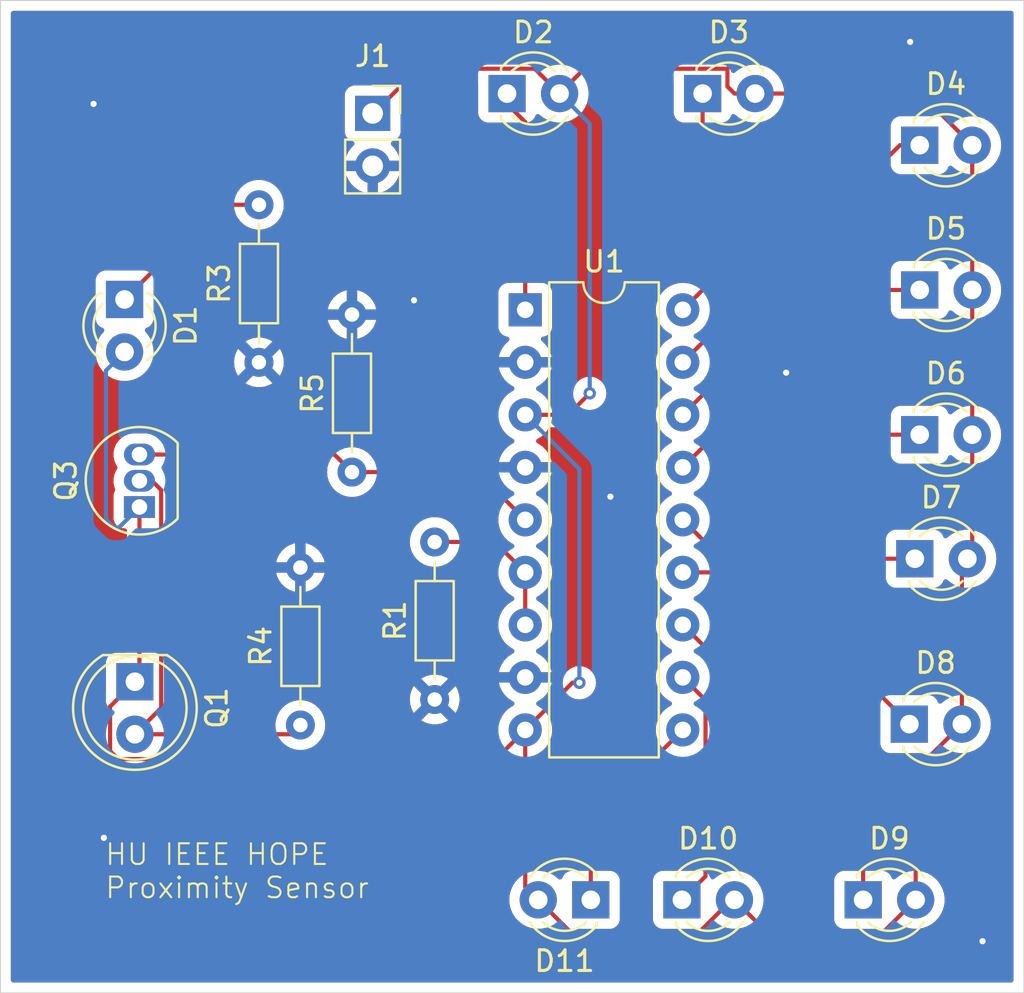
<source format=kicad_pcb>
(kicad_pcb (version 20240108) (generator "pcbnew") (generator_version "8.0")
  (layers (0 "F.Cu" signal) (31 "B.Cu" signal) (34 "B.Paste" user) (35 "F.Paste" user) (36 "B.SilkS" user "B.Silkscreen") (37 "F.SilkS" user "F.Silkscreen") (38 "B.Mask" user) (39 "F.Mask" user) (44 "Edge.Cuts" user))
  (net 0 "")
  (net 1 "+5V")
  (net 2 "Net-(D1-K)")
  (net 3 "Net-(D2-K)")
  (net 4 "Net-(D3-K)")
  (net 5 "Net-(D4-K)")
  (net 6 "Net-(D5-K)")
  (net 7 "Net-(D6-K)")
  (net 8 "Net-(D7-K)")
  (net 9 "Net-(D8-K)")
  (net 10 "Net-(D9-K)")
  (net 11 "Net-(D10-K)")
  (net 12 "Net-(D11-K)")
  (net 13 "Net-(Q1-E)")
  (net 14 "Net-(Q3-E)")
  (net 15 "GND")
  (net 16 "Net-(U1-REFOUT)")
  (footprint "LED_THT:LED_D3.0mm" (layer "F.Cu") (at 146.96 100)
    (property "Reference" "D6" (at 1.27 -2.96 0) (layer "F.SilkS"))
    (property "Value" "LED")
    (fp_line (start -0.29 -1.236) (end -0.29 -1.08) (stroke (width 0.12)) (layer "F.SilkS"))
    (fp_line (start -0.29 1.08) (end -0.29 1.236) (stroke (width 0.12)) (layer "F.SilkS"))
    (fp_arc (start -0.29 -1.235516) (mid 1.366487 -1.987659) (end 2.942335 -1.078608) (stroke (width 0.12)) (layer "F.SilkS"))
    (fp_arc (start 0.229039 -1.08) (mid 1.270117 -1.5) (end 2.31113 -1.079837) (stroke (width 0.12)) (layer "F.SilkS"))
    (fp_arc (start 2.31113 1.079837) (mid 1.270117 1.5) (end 0.229039 1.08) (stroke (width 0.12)) (layer "F.SilkS"))
    (fp_arc (start 2.942335 1.078608) (mid 1.366487 1.987659) (end -0.29 1.235516) (stroke (width 0.12)) (layer "F.SilkS"))
    (pad "1" thru_hole rect (at 0 0) (size 1.8 1.8) (drill 0.9) (layers "*.Cu" "*.Mask") (net 7 "Net-(D6-K)"))
    (pad "2" thru_hole circle (at 2.54 0) (size 1.8 1.8) (drill 0.9) (layers "*.Cu" "*.Mask") (net 1 "+5V"))
  )
  (footprint "LED_THT:LED_D3.0mm_IRBlack" (layer "F.Cu") (at 108.5 93.46 -90)
    (property "Reference" "D1" (at 1.27 -2.96 90) (layer "F.SilkS"))
    (property "Value" "IR204A")
    (fp_line (start -0.29 1.08) (end -0.29 1.236) (stroke (width 0.12)) (layer "F.SilkS"))
    (fp_line (start -0.29 -1.236) (end -0.29 -1.08) (stroke (width 0.12)) (layer "F.SilkS"))
    (fp_arc (start 2.31113 1.079837) (mid 1.270117 1.5) (end 0.229039 1.08) (stroke (width 0.12)) (layer "F.SilkS"))
    (fp_arc (start 2.942335 1.078608) (mid 1.366487 1.987659) (end -0.29 1.235516) (stroke (width 0.12)) (layer "F.SilkS"))
    (fp_arc (start 0.229039 -1.08) (mid 1.270117 -1.5) (end 2.31113 -1.079837) (stroke (width 0.12)) (layer "F.SilkS"))
    (fp_arc (start -0.29 -1.235516) (mid 1.366487 -1.987659) (end 2.942335 -1.078608) (stroke (width 0.12)) (layer "F.SilkS"))
    (pad "1" thru_hole rect (at 0 0 270) (size 1.8 1.8) (drill 0.9) (layers "*.Cu" "*.Mask") (net 2 "Net-(D1-K)"))
    (pad "2" thru_hole circle (at 2.54 0 270) (size 1.8 1.8) (drill 0.9) (layers "*.Cu" "*.Mask") (net 1 "+5V"))
  )
  (footprint "LED_THT:LED_D5.0mm_Clear" (layer "F.Cu") (at 109 111.95 -90)
    (property "Reference" "Q1" (at 1.27 -3.96 90) (layer "F.SilkS"))
    (property "Value" "BPW40")
    (fp_line (start -1.29 -1.545) (end -1.29 1.545) (stroke (width 0.12)) (layer "F.SilkS"))
    (fp_arc (start 4.26 -0.000462) (mid 2.072002 2.880433) (end -1.29 1.54483) (stroke (width 0.12)) (layer "F.SilkS"))
    (fp_arc (start -1.29 -1.54483) (mid 2.072002 -2.880433) (end 4.26 0.000462) (stroke (width 0.12)) (layer "F.SilkS"))
    (fp_circle (center 1.27 0) (end 3.77 0) (stroke (width 0.12)) (fill none) (layer "F.SilkS"))
    (pad "1" thru_hole rect (at 0 0 270) (size 1.8 1.8) (drill 0.9) (layers "*.Cu" "*.Mask") (net 1 "+5V"))
    (pad "2" thru_hole circle (at 2.54 0 270) (size 1.8 1.8) (drill 0.9) (layers "*.Cu" "*.Mask") (net 13 "Net-(Q1-E)"))
  )
  (footprint "LED_THT:LED_D3.0mm" (layer "F.Cu") (at 146.725 106)
    (property "Reference" "D7" (at 1.27 -2.96 0) (layer "F.SilkS"))
    (property "Value" "LED")
    (fp_line (start -0.29 -1.236) (end -0.29 -1.08) (stroke (width 0.12)) (layer "F.SilkS"))
    (fp_line (start -0.29 1.08) (end -0.29 1.236) (stroke (width 0.12)) (layer "F.SilkS"))
    (fp_arc (start -0.29 -1.235516) (mid 1.366487 -1.987659) (end 2.942335 -1.078608) (stroke (width 0.12)) (layer "F.SilkS"))
    (fp_arc (start 0.229039 -1.08) (mid 1.270117 -1.5) (end 2.31113 -1.079837) (stroke (width 0.12)) (layer "F.SilkS"))
    (fp_arc (start 2.31113 1.079837) (mid 1.270117 1.5) (end 0.229039 1.08) (stroke (width 0.12)) (layer "F.SilkS"))
    (fp_arc (start 2.942335 1.078608) (mid 1.366487 1.987659) (end -0.29 1.235516) (stroke (width 0.12)) (layer "F.SilkS"))
    (pad "1" thru_hole rect (at 0 0) (size 1.8 1.8) (drill 0.9) (layers "*.Cu" "*.Mask") (net 8 "Net-(D7-K)"))
    (pad "2" thru_hole circle (at 2.54 0) (size 1.8 1.8) (drill 0.9) (layers "*.Cu" "*.Mask") (net 1 "+5V"))
  )
  (footprint "Connector_PinSocket_2.54mm:PinSocket_1x02_P2.54mm_Vertical" (layer "F.Cu") (at 120.5 84.46)
    (property "Reference" "J1" (at 0 -2.77 0) (layer "F.SilkS"))
    (property "Value" "Conn_01x02_Socket")
    (fp_line (start -1.33 1.27) (end -1.33 3.87) (stroke (width 0.12)) (layer "F.SilkS"))
    (fp_line (start -1.33 1.27) (end 1.33 1.27) (stroke (width 0.12)) (layer "F.SilkS"))
    (fp_line (start -1.33 3.87) (end 1.33 3.87) (stroke (width 0.12)) (layer "F.SilkS"))
    (fp_line (start 0 -1.33) (end 1.33 -1.33) (stroke (width 0.12)) (layer "F.SilkS"))
    (fp_line (start 1.33 -1.33) (end 1.33 0) (stroke (width 0.12)) (layer "F.SilkS"))
    (fp_line (start 1.33 1.27) (end 1.33 3.87) (stroke (width 0.12)) (layer "F.SilkS"))
    (pad "1" thru_hole rect (at 0 0) (size 1.7 1.7) (drill 1) (layers "*.Cu" "*.Mask") (net 1 "+5V"))
    (pad "2" thru_hole oval (at 0 2.54) (size 1.7 1.7) (drill 1) (layers "*.Cu" "*.Mask") (net 15 "GND"))
  )
  (footprint "LED_THT:LED_D3.0mm" (layer "F.Cu") (at 136.46 83.5)
    (property "Reference" "D3" (at 1.27 -2.96 0) (layer "F.SilkS"))
    (property "Value" "LED")
    (fp_line (start -0.29 -1.236) (end -0.29 -1.08) (stroke (width 0.12)) (layer "F.SilkS"))
    (fp_line (start -0.29 1.08) (end -0.29 1.236) (stroke (width 0.12)) (layer "F.SilkS"))
    (fp_arc (start -0.29 -1.235516) (mid 1.366487 -1.987659) (end 2.942335 -1.078608) (stroke (width 0.12)) (layer "F.SilkS"))
    (fp_arc (start 0.229039 -1.08) (mid 1.270117 -1.5) (end 2.31113 -1.079837) (stroke (width 0.12)) (layer "F.SilkS"))
    (fp_arc (start 2.31113 1.079837) (mid 1.270117 1.5) (end 0.229039 1.08) (stroke (width 0.12)) (layer "F.SilkS"))
    (fp_arc (start 2.942335 1.078608) (mid 1.366487 1.987659) (end -0.29 1.235516) (stroke (width 0.12)) (layer "F.SilkS"))
    (pad "1" thru_hole rect (at 0 0) (size 1.8 1.8) (drill 0.9) (layers "*.Cu" "*.Mask") (net 4 "Net-(D3-K)"))
    (pad "2" thru_hole circle (at 2.54 0) (size 1.8 1.8) (drill 0.9) (layers "*.Cu" "*.Mask") (net 1 "+5V"))
  )
  (footprint "LED_THT:LED_D3.0mm" (layer "F.Cu") (at 146.96 86)
    (property "Reference" "D4" (at 1.27 -2.96 0) (layer "F.SilkS"))
    (property "Value" "LED")
    (fp_line (start -0.29 -1.236) (end -0.29 -1.08) (stroke (width 0.12)) (layer "F.SilkS"))
    (fp_line (start -0.29 1.08) (end -0.29 1.236) (stroke (width 0.12)) (layer "F.SilkS"))
    (fp_arc (start -0.29 -1.235516) (mid 1.366487 -1.987659) (end 2.942335 -1.078608) (stroke (width 0.12)) (layer "F.SilkS"))
    (fp_arc (start 0.229039 -1.08) (mid 1.270117 -1.5) (end 2.31113 -1.079837) (stroke (width 0.12)) (layer "F.SilkS"))
    (fp_arc (start 2.31113 1.079837) (mid 1.270117 1.5) (end 0.229039 1.08) (stroke (width 0.12)) (layer "F.SilkS"))
    (fp_arc (start 2.942335 1.078608) (mid 1.366487 1.987659) (end -0.29 1.235516) (stroke (width 0.12)) (layer "F.SilkS"))
    (pad "1" thru_hole rect (at 0 0) (size 1.8 1.8) (drill 0.9) (layers "*.Cu" "*.Mask") (net 5 "Net-(D4-K)"))
    (pad "2" thru_hole circle (at 2.54 0) (size 1.8 1.8) (drill 0.9) (layers "*.Cu" "*.Mask") (net 1 "+5V"))
  )
  (footprint "LED_THT:LED_D3.0mm" (layer "F.Cu") (at 127 83.5)
    (property "Reference" "D2" (at 1.27 -2.96 0) (layer "F.SilkS"))
    (property "Value" "LED")
    (fp_line (start -0.29 -1.236) (end -0.29 -1.08) (stroke (width 0.12)) (layer "F.SilkS"))
    (fp_line (start -0.29 1.08) (end -0.29 1.236) (stroke (width 0.12)) (layer "F.SilkS"))
    (fp_arc (start -0.29 -1.235516) (mid 1.366487 -1.987659) (end 2.942335 -1.078608) (stroke (width 0.12)) (layer "F.SilkS"))
    (fp_arc (start 0.229039 -1.08) (mid 1.270117 -1.5) (end 2.31113 -1.079837) (stroke (width 0.12)) (layer "F.SilkS"))
    (fp_arc (start 2.31113 1.079837) (mid 1.270117 1.5) (end 0.229039 1.08) (stroke (width 0.12)) (layer "F.SilkS"))
    (fp_arc (start 2.942335 1.078608) (mid 1.366487 1.987659) (end -0.29 1.235516) (stroke (width 0.12)) (layer "F.SilkS"))
    (pad "1" thru_hole rect (at 0 0) (size 1.8 1.8) (drill 0.9) (layers "*.Cu" "*.Mask") (net 3 "Net-(D2-K)"))
    (pad "2" thru_hole circle (at 2.54 0) (size 1.8 1.8) (drill 0.9) (layers "*.Cu" "*.Mask") (net 1 "+5V"))
  )
  (footprint "Package_TO_SOT_THT:TO-92_Inline" (layer "F.Cu") (at 109.22 103.5 90)
    (property "Reference" "Q3" (at 1.27 -3.56 -90) (layer "F.SilkS"))
    (property "Value" "BC547")
    (fp_line (start -0.53 1.85) (end 3.07 1.85) (stroke (width 0.12)) (layer "F.SilkS"))
    (fp_arc (start 1.27 -2.6) (mid 3.672087 -0.994977) (end 3.108478 1.838478) (stroke (width 0.12)) (layer "F.SilkS"))
    (fp_arc (start -0.568478 1.838478) (mid -1.132087 -0.994977) (end 1.27 -2.6) (stroke (width 0.12)) (layer "F.SilkS"))
    (pad "1" thru_hole rect (at 0 0 90) (size 1.05 1.5) (drill 0.75) (layers "*.Cu" "*.Mask") (net 1 "+5V"))
    (pad "2" thru_hole oval (at 1.27 0 90) (size 1.05 1.5) (drill 0.75) (layers "*.Cu" "*.Mask") (net 13 "Net-(Q1-E)"))
    (pad "3" thru_hole oval (at 2.54 0 90) (size 1.05 1.5) (drill 0.75) (layers "*.Cu" "*.Mask") (net 14 "Net-(Q3-E)"))
  )
  (footprint "Resistor_THT:R_Axial_DIN0204_L3.6mm_D1.6mm_P7.62mm_Horizontal" (layer "F.Cu") (at 117.005 114.045 90)
    (property "Reference" "R4" (at 3.81 -1.92 90) (layer "F.SilkS"))
    (property "Value" "10k")
    (fp_line (start 5.73 -0.92) (end 1.89 -0.92) (stroke (width 0.12)) (layer "F.SilkS"))
    (fp_line (start 1.89 -0.92) (end 1.89 0.92) (stroke (width 0.12)) (layer "F.SilkS"))
    (fp_line (start 6.68 0) (end 5.73 0) (stroke (width 0.12)) (layer "F.SilkS"))
    (fp_line (start 0.94 0) (end 1.89 0) (stroke (width 0.12)) (layer "F.SilkS"))
    (fp_line (start 5.73 0.92) (end 5.73 -0.92) (stroke (width 0.12)) (layer "F.SilkS"))
    (fp_line (start 1.89 0.92) (end 5.73 0.92) (stroke (width 0.12)) (layer "F.SilkS"))
    (pad "1" thru_hole circle (at 0 0 90) (size 1.4 1.4) (drill 0.7) (layers "*.Cu" "*.Mask") (net 13 "Net-(Q1-E)"))
    (pad "2" thru_hole oval (at 7.62 0 90) (size 1.4 1.4) (drill 0.7) (layers "*.Cu" "*.Mask") (net 15 "GND"))
  )
  (footprint "LED_THT:LED_D3.0mm" (layer "F.Cu") (at 144.225 122.5)
    (property "Reference" "D9" (at 1.27 -2.96 0) (layer "F.SilkS"))
    (property "Value" "LED")
    (fp_line (start -0.29 -1.236) (end -0.29 -1.08) (stroke (width 0.12)) (layer "F.SilkS"))
    (fp_line (start -0.29 1.08) (end -0.29 1.236) (stroke (width 0.12)) (layer "F.SilkS"))
    (fp_arc (start -0.29 -1.235516) (mid 1.366487 -1.987659) (end 2.942335 -1.078608) (stroke (width 0.12)) (layer "F.SilkS"))
    (fp_arc (start 0.229039 -1.08) (mid 1.270117 -1.5) (end 2.31113 -1.079837) (stroke (width 0.12)) (layer "F.SilkS"))
    (fp_arc (start 2.31113 1.079837) (mid 1.270117 1.5) (end 0.229039 1.08) (stroke (width 0.12)) (layer "F.SilkS"))
    (fp_arc (start 2.942335 1.078608) (mid 1.366487 1.987659) (end -0.29 1.235516) (stroke (width 0.12)) (layer "F.SilkS"))
    (pad "1" thru_hole rect (at 0 0) (size 1.8 1.8) (drill 0.9) (layers "*.Cu" "*.Mask") (net 10 "Net-(D9-K)"))
    (pad "2" thru_hole circle (at 2.54 0) (size 1.8 1.8) (drill 0.9) (layers "*.Cu" "*.Mask") (net 1 "+5V"))
  )
  (footprint "LED_THT:LED_D3.0mm" (layer "F.Cu") (at 135.46 122.5)
    (property "Reference" "D10" (at 1.27 -2.96 0) (layer "F.SilkS"))
    (property "Value" "LED")
    (fp_line (start -0.29 -1.236) (end -0.29 -1.08) (stroke (width 0.12)) (layer "F.SilkS"))
    (fp_line (start -0.29 1.08) (end -0.29 1.236) (stroke (width 0.12)) (layer "F.SilkS"))
    (fp_arc (start -0.29 -1.235516) (mid 1.366487 -1.987659) (end 2.942335 -1.078608) (stroke (width 0.12)) (layer "F.SilkS"))
    (fp_arc (start 0.229039 -1.08) (mid 1.270117 -1.5) (end 2.31113 -1.079837) (stroke (width 0.12)) (layer "F.SilkS"))
    (fp_arc (start 2.31113 1.079837) (mid 1.270117 1.5) (end 0.229039 1.08) (stroke (width 0.12)) (layer "F.SilkS"))
    (fp_arc (start 2.942335 1.078608) (mid 1.366487 1.987659) (end -0.29 1.235516) (stroke (width 0.12)) (layer "F.SilkS"))
    (pad "1" thru_hole rect (at 0 0) (size 1.8 1.8) (drill 0.9) (layers "*.Cu" "*.Mask") (net 11 "Net-(D10-K)"))
    (pad "2" thru_hole circle (at 2.54 0) (size 1.8 1.8) (drill 0.9) (layers "*.Cu" "*.Mask") (net 1 "+5V"))
  )
  (footprint "LED_THT:LED_D3.0mm" (layer "F.Cu") (at 131.05 122.5 180)
    (property "Reference" "D11" (at 1.27 -2.96 180) (layer "F.SilkS"))
    (property "Value" "LED")
    (fp_line (start -0.29 1.08) (end -0.29 1.236) (stroke (width 0.12)) (layer "F.SilkS"))
    (fp_line (start -0.29 -1.236) (end -0.29 -1.08) (stroke (width 0.12)) (layer "F.SilkS"))
    (fp_arc (start 2.942335 1.078608) (mid 1.366487 1.987659) (end -0.29 1.235516) (stroke (width 0.12)) (layer "F.SilkS"))
    (fp_arc (start 2.31113 1.079837) (mid 1.270117 1.5) (end 0.229039 1.08) (stroke (width 0.12)) (layer "F.SilkS"))
    (fp_arc (start 0.229039 -1.08) (mid 1.270117 -1.5) (end 2.31113 -1.079837) (stroke (width 0.12)) (layer "F.SilkS"))
    (fp_arc (start -0.29 -1.235516) (mid 1.366487 -1.987659) (end 2.942335 -1.078608) (stroke (width 0.12)) (layer "F.SilkS"))
    (pad "1" thru_hole rect (at 0 0 180) (size 1.8 1.8) (drill 0.9) (layers "*.Cu" "*.Mask") (net 12 "Net-(D11-K)"))
    (pad "2" thru_hole circle (at 2.54 0 180) (size 1.8 1.8) (drill 0.9) (layers "*.Cu" "*.Mask") (net 1 "+5V"))
  )
  (footprint "LED_THT:LED_D3.0mm" (layer "F.Cu") (at 146.46 114)
    (property "Reference" "D8" (at 1.27 -2.96 0) (layer "F.SilkS"))
    (property "Value" "LED")
    (fp_line (start -0.29 -1.236) (end -0.29 -1.08) (stroke (width 0.12)) (layer "F.SilkS"))
    (fp_line (start -0.29 1.08) (end -0.29 1.236) (stroke (width 0.12)) (layer "F.SilkS"))
    (fp_arc (start -0.29 -1.235516) (mid 1.366487 -1.987659) (end 2.942335 -1.078608) (stroke (width 0.12)) (layer "F.SilkS"))
    (fp_arc (start 0.229039 -1.08) (mid 1.270117 -1.5) (end 2.31113 -1.079837) (stroke (width 0.12)) (layer "F.SilkS"))
    (fp_arc (start 2.31113 1.079837) (mid 1.270117 1.5) (end 0.229039 1.08) (stroke (width 0.12)) (layer "F.SilkS"))
    (fp_arc (start 2.942335 1.078608) (mid 1.366487 1.987659) (end -0.29 1.235516) (stroke (width 0.12)) (layer "F.SilkS"))
    (pad "1" thru_hole rect (at 0 0) (size 1.8 1.8) (drill 0.9) (layers "*.Cu" "*.Mask") (net 9 "Net-(D8-K)"))
    (pad "2" thru_hole circle (at 2.54 0) (size 1.8 1.8) (drill 0.9) (layers "*.Cu" "*.Mask") (net 1 "+5V"))
  )
  (footprint "Package_DIP:DIP-18_W7.62mm" (layer "F.Cu") (at 127.88 93.96)
    (property "Reference" "U1" (at 3.81 -2.33 0) (layer "F.SilkS"))
    (property "Value" "LM3914N")
    (fp_line (start 1.16 -1.33) (end 1.16 21.65) (stroke (width 0.12)) (layer "F.SilkS"))
    (fp_line (start 1.16 21.65) (end 6.46 21.65) (stroke (width 0.12)) (layer "F.SilkS"))
    (fp_line (start 2.81 -1.33) (end 1.16 -1.33) (stroke (width 0.12)) (layer "F.SilkS"))
    (fp_line (start 6.46 -1.33) (end 4.81 -1.33) (stroke (width 0.12)) (layer "F.SilkS"))
    (fp_line (start 6.46 21.65) (end 6.46 -1.33) (stroke (width 0.12)) (layer "F.SilkS"))
    (fp_arc (start 4.81 -1.33) (mid 3.81 -0.33) (end 2.81 -1.33) (stroke (width 0.12)) (layer "F.SilkS"))
    (pad "1" thru_hole rect (at 0 0) (size 1.6 1.6) (drill 0.8) (layers "*.Cu" "*.Mask") (net 3 "Net-(D2-K)"))
    (pad "2" thru_hole oval (at 0 2.54) (size 1.6 1.6) (drill 0.8) (layers "*.Cu" "*.Mask") (net 15 "GND"))
    (pad "3" thru_hole oval (at 0 5.08) (size 1.6 1.6) (drill 0.8) (layers "*.Cu" "*.Mask") (net 1 "+5V"))
    (pad "4" thru_hole oval (at 0 7.62) (size 1.6 1.6) (drill 0.8) (layers "*.Cu" "*.Mask") (net 15 "GND"))
    (pad "5" thru_hole oval (at 0 10.16) (size 1.6 1.6) (drill 0.8) (layers "*.Cu" "*.Mask") (net 14 "Net-(Q3-E)"))
    (pad "6" thru_hole oval (at 0 12.7) (size 1.6 1.6) (drill 0.8) (layers "*.Cu" "*.Mask") (net 16 "Net-(U1-REFOUT)"))
    (pad "7" thru_hole oval (at 0 15.24) (size 1.6 1.6) (drill 0.8) (layers "*.Cu" "*.Mask") (net 16 "Net-(U1-REFOUT)"))
    (pad "8" thru_hole oval (at 0 17.78) (size 1.6 1.6) (drill 0.8) (layers "*.Cu" "*.Mask") (net 15 "GND"))
    (pad "9" thru_hole oval (at 0 20.32) (size 1.6 1.6) (drill 0.8) (layers "*.Cu" "*.Mask") (net 1 "+5V"))
    (pad "10" thru_hole oval (at 7.62 20.32) (size 1.6 1.6) (drill 0.8) (layers "*.Cu" "*.Mask") (net 12 "Net-(D11-K)"))
    (pad "11" thru_hole oval (at 7.62 17.78) (size 1.6 1.6) (drill 0.8) (layers "*.Cu" "*.Mask") (net 11 "Net-(D10-K)"))
    (pad "12" thru_hole oval (at 7.62 15.24) (size 1.6 1.6) (drill 0.8) (layers "*.Cu" "*.Mask") (net 10 "Net-(D9-K)"))
    (pad "13" thru_hole oval (at 7.62 12.7) (size 1.6 1.6) (drill 0.8) (layers "*.Cu" "*.Mask") (net 9 "Net-(D8-K)"))
    (pad "14" thru_hole oval (at 7.62 10.16) (size 1.6 1.6) (drill 0.8) (layers "*.Cu" "*.Mask") (net 8 "Net-(D7-K)"))
    (pad "15" thru_hole oval (at 7.62 7.62) (size 1.6 1.6) (drill 0.8) (layers "*.Cu" "*.Mask") (net 7 "Net-(D6-K)"))
    (pad "16" thru_hole oval (at 7.62 5.08) (size 1.6 1.6) (drill 0.8) (layers "*.Cu" "*.Mask") (net 6 "Net-(D5-K)"))
    (pad "17" thru_hole oval (at 7.62 2.54) (size 1.6 1.6) (drill 0.8) (layers "*.Cu" "*.Mask") (net 5 "Net-(D4-K)"))
    (pad "18" thru_hole oval (at 7.62 0) (size 1.6 1.6) (drill 0.8) (layers "*.Cu" "*.Mask") (net 4 "Net-(D3-K)"))
  )
  (footprint "Resistor_THT:R_Axial_DIN0204_L3.6mm_D1.6mm_P7.62mm_Horizontal" (layer "F.Cu") (at 119.5 101.81 90)
    (property "Reference" "R5" (at 3.81 -1.92 90) (layer "F.SilkS"))
    (property "Value" "200")
    (fp_line (start 5.73 -0.92) (end 1.89 -0.92) (stroke (width 0.12)) (layer "F.SilkS"))
    (fp_line (start 1.89 -0.92) (end 1.89 0.92) (stroke (width 0.12)) (layer "F.SilkS"))
    (fp_line (start 6.68 0) (end 5.73 0) (stroke (width 0.12)) (layer "F.SilkS"))
    (fp_line (start 0.94 0) (end 1.89 0) (stroke (width 0.12)) (layer "F.SilkS"))
    (fp_line (start 5.73 0.92) (end 5.73 -0.92) (stroke (width 0.12)) (layer "F.SilkS"))
    (fp_line (start 1.89 0.92) (end 5.73 0.92) (stroke (width 0.12)) (layer "F.SilkS"))
    (pad "1" thru_hole circle (at 0 0 90) (size 1.4 1.4) (drill 0.7) (layers "*.Cu" "*.Mask") (net 14 "Net-(Q3-E)"))
    (pad "2" thru_hole oval (at 7.62 0 90) (size 1.4 1.4) (drill 0.7) (layers "*.Cu" "*.Mask") (net 15 "GND"))
  )
  (footprint "Resistor_THT:R_Axial_DIN0204_L3.6mm_D1.6mm_P7.62mm_Horizontal" (layer "F.Cu") (at 115 96.5 90)
    (property "Reference" "R3" (at 3.81 -1.92 90) (layer "F.SilkS"))
    (property "Value" "200")
    (fp_line (start 5.73 -0.92) (end 1.89 -0.92) (stroke (width 0.12)) (layer "F.SilkS"))
    (fp_line (start 1.89 -0.92) (end 1.89 0.92) (stroke (width 0.12)) (layer "F.SilkS"))
    (fp_line (start 6.68 0) (end 5.73 0) (stroke (width 0.12)) (layer "F.SilkS"))
    (fp_line (start 0.94 0) (end 1.89 0) (stroke (width 0.12)) (layer "F.SilkS"))
    (fp_line (start 5.73 0.92) (end 5.73 -0.92) (stroke (width 0.12)) (layer "F.SilkS"))
    (fp_line (start 1.89 0.92) (end 5.73 0.92) (stroke (width 0.12)) (layer "F.SilkS"))
    (pad "1" thru_hole circle (at 0 0 90) (size 1.4 1.4) (drill 0.7) (layers "*.Cu" "*.Mask") (net 15 "GND"))
    (pad "2" thru_hole oval (at 7.62 0 90) (size 1.4 1.4) (drill 0.7) (layers "*.Cu" "*.Mask") (net 2 "Net-(D1-K)"))
  )
  (footprint "Resistor_THT:R_Axial_DIN0204_L3.6mm_D1.6mm_P7.62mm_Horizontal" (layer "F.Cu") (at 123.5 112.81 90)
    (property "Reference" "R1" (at 3.81 -1.92 90) (layer "F.SilkS"))
    (property "Value" "2.2K")
    (fp_line (start 5.73 -0.92) (end 1.89 -0.92) (stroke (width 0.12)) (layer "F.SilkS"))
    (fp_line (start 1.89 -0.92) (end 1.89 0.92) (stroke (width 0.12)) (layer "F.SilkS"))
    (fp_line (start 6.68 0) (end 5.73 0) (stroke (width 0.12)) (layer "F.SilkS"))
    (fp_line (start 0.94 0) (end 1.89 0) (stroke (width 0.12)) (layer "F.SilkS"))
    (fp_line (start 5.73 0.92) (end 5.73 -0.92) (stroke (width 0.12)) (layer "F.SilkS"))
    (fp_line (start 1.89 0.92) (end 5.73 0.92) (stroke (width 0.12)) (layer "F.SilkS"))
    (pad "1" thru_hole circle (at 0 0 90) (size 1.4 1.4) (drill 0.7) (layers "*.Cu" "*.Mask") (net 15 "GND"))
    (pad "2" thru_hole oval (at 7.62 0 90) (size 1.4 1.4) (drill 0.7) (layers "*.Cu" "*.Mask") (net 16 "Net-(U1-REFOUT)"))
  )
  (footprint "LED_THT:LED_D3.0mm" (layer "F.Cu") (at 146.96 93)
    (property "Reference" "D5" (at 1.27 -2.96 0) (layer "F.SilkS"))
    (property "Value" "LED")
    (fp_line (start -0.29 -1.236) (end -0.29 -1.08) (stroke (width 0.12)) (layer "F.SilkS"))
    (fp_line (start -0.29 1.08) (end -0.29 1.236) (stroke (width 0.12)) (layer "F.SilkS"))
    (fp_arc (start -0.29 -1.235516) (mid 1.366487 -1.987659) (end 2.942335 -1.078608) (stroke (width 0.12)) (layer "F.SilkS"))
    (fp_arc (start 0.229039 -1.08) (mid 1.270117 -1.5) (end 2.31113 -1.079837) (stroke (width 0.12)) (layer "F.SilkS"))
    (fp_arc (start 2.31113 1.079837) (mid 1.270117 1.5) (end 0.229039 1.08) (stroke (width 0.12)) (layer "F.SilkS"))
    (fp_arc (start 2.942335 1.078608) (mid 1.366487 1.987659) (end -0.29 1.235516) (stroke (width 0.12)) (layer "F.SilkS"))
    (pad "1" thru_hole rect (at 0 0) (size 1.8 1.8) (drill 0.9) (layers "*.Cu" "*.Mask") (net 6 "Net-(D5-K)"))
    (pad "2" thru_hole circle (at 2.54 0) (size 1.8 1.8) (drill 0.9) (layers "*.Cu" "*.Mask") (net 1 "+5V"))
  )
  (gr_line (start 152 79) (end 152 127) (stroke (width 0.05)) (layer "Edge.Cuts"))
  (gr_line (start 102.5 127) (end 102.5 79) (stroke (width 0.05)) (layer "Edge.Cuts"))
  (gr_line (start 151 127) (end 102.5 127) (stroke (width 0.05)) (layer "Edge.Cuts"))
  (gr_line (start 102.5 79) (end 152 79) (stroke (width 0.05)) (layer "Edge.Cuts"))
  (gr_line (start 152 127) (end 151 127) (stroke (width 0.05)) (layer "Edge.Cuts"))
  (gr_text "HU IEEE HOPE\nProximity Sensor" (at 107.5 122.5 0) (layer "F.SilkS") (effects (font (size 1 1) (thickness 0.1)) (justify left bottom)))
  (segment (start 128 114.4) (end 128 114.5) (width 0.2) (layer "F.Cu") (net 1))
  (segment (start 139 83.5) (end 138 83.5) (width 0.2) (layer "F.Cu") (net 1))
  (segment (start 147 83.5) (end 139 83.5) (width 0.2) (layer "F.Cu") (net 1))
  (segment (start 140.5 125) (end 144.265 125) (width 0.2) (layer "F.Cu") (net 1))
  (segment (start 127.88 114.28) (end 128 114.4) (width 0.2) (layer "F.Cu") (net 1))
  (segment (start 128.98 113.18) (end 127.88 114.28) (width 0.2) (layer "F.Cu") (net 1))
  (segment (start 130.16 112) (end 130.5 112) (width 0.2) (layer "F.Cu") (net 1))
  (segment (start 149.5 93) (end 149.5 86) (width 0.2) (layer "F.Cu") (net 1))
  (segment (start 130.51 124.5) (end 135.86 124.5) (width 0.2) (layer "F.Cu") (net 1))
  (segment (start 128.34 82.3) (end 122.7 82.3) (width 0.2) (layer "F.Cu") (net 1))
  (segment (start 137.66 82.3) (end 130.74 82.3) (width 0.2) (layer "F.Cu") (net 1))
  (segment (start 127.88 114.28) (end 126.47 115.69) (width 0.2) (layer "F.Cu") (net 1))
  (segment (start 149.5 86) (end 147 83.5) (width 0.2) (layer "F.Cu") (net 1))
  (segment (start 149.265 105.735) (end 149.5 105.5) (width 0.2) (layer "F.Cu") (net 1))
  (segment (start 146.765 116.235) (end 149 114) (width 0.2) (layer "F.Cu") (net 1))
  (segment (start 138 83.5) (end 137.66 83.16) (width 0.2) (layer "F.Cu") (net 1))
  (segment (start 149.5 105.5) (end 149.5 100) (width 0.2) (layer "F.Cu") (net 1))
  (segment (start 130.74 82.3) (end 129.54 83.5) (width 0.2) (layer "F.Cu") (net 1))
  (segment (start 107.8 113.15) (end 109 111.95) (width 0.2) (layer "F.Cu") (net 1))
  (segment (start 109.22 103.5) (end 109.22 111.614314) (width 0.2) (layer "F.Cu") (net 1))
  (segment (start 128.98 113.18) (end 130.16 112) (width 0.2) (layer "F.Cu") (net 1))
  (segment (start 109.22 103.5) (end 109.22 103.88) (width 0.2) (layer "F.Cu") (net 1))
  (segment (start 146.765 122.5) (end 146.765 116.235) (width 0.2) (layer "F.Cu") (net 1))
  (segment (start 129.54 83.5) (end 128.34 82.3) (width 0.2) (layer "F.Cu") (net 1))
  (segment (start 149 106.265) (end 149.265 106) (width 0.2) (layer "F.Cu") (net 1))
  (segment (start 137.86 122.5) (end 138 122.5) (width 0.2) (layer "F.Cu") (net 1))
  (segment (start 108.19 115.69) (end 107.8 115.3) (width 0.2) (layer "F.Cu") (net 1))
  (segment (start 137.66 83.16) (end 137.66 82.3) (width 0.2) (layer "F.Cu") (net 1))
  (segment (start 109.54 112.5) (end 109 111.96) (width 0.2) (layer "F.Cu") (net 1))
  (segment (start 127.88 114.28) (end 127.88 121.87) (width 0.2) (layer "F.Cu") (net 1))
  (segment (start 135.86 124.5) (end 137.86 122.5) (width 0.2) (layer "F.Cu") (net 1))
  (segment (start 128.51 122.5) (end 130.51 124.5) (width 0.2) (layer "F.Cu") (net 1))
  (segment (start 109.22 111.614314) (end 109.277843 111.672157) (width 0.2) (layer "F.Cu") (net 1))
  (segment (start 138 122.5) (end 140.5 125) (width 0.2) (layer "F.Cu") (net 1))
  (segment (start 149.265 106) (end 149.265 105.735) (width 0.2) (layer "F.Cu") (net 1))
  (segment (start 144.265 125) (end 146.765 122.5) (width 0.2) (layer "F.Cu") (net 1))
  (segment (start 127.88 121.87) (end 128.51 122.5) (width 0.2) (layer "F.Cu") (net 1))
  (segment (start 126.47 115.69) (end 108.19 115.69) (width 0.2) (layer "F.Cu") (net 1))
  (segment (start 107.8 115.3) (end 107.8 113.15) (width 0.2) (layer "F.Cu") (net 1))
  (segment (start 129.96 99.04) (end 131 98) (width 0.2) (layer "F.Cu") (net 1))
  (segment (start 149.5 100) (end 149.5 93) (width 0.2) (layer "F.Cu") (net 1))
  (segment (start 149 114) (end 149 106.265) (width 0.2) (layer "F.Cu") (net 1))
  (segment (start 127.88 99.04) (end 129.96 99.04) (width 0.2) (layer "F.Cu") (net 1))
  (segment (start 122.7 82.3) (end 120.5 84.5) (width 0.2) (layer "F.Cu") (net 1))
  (via (at 130.5 112) (size 0.6) (drill 0.3) (layers "F.Cu" "B.Cu") (net 1))
  (via (at 131 98) (size 0.6) (drill 0.3) (layers "F.Cu" "B.Cu") (net 1))
  (segment (start 107.6 104.1) (end 107.6 96.9) (width 0.2) (layer "B.Cu") (net 1))
  (segment (start 107.6 96.9) (end 108.5 96) (width 0.2) (layer "B.Cu") (net 1))
  (segment (start 130.5 101.66) (end 127.88 99.04) (width 0.2) (layer "B.Cu") (net 1))
  (segment (start 108 104.5) (end 107.6 104.1) (width 0.2) (layer "B.Cu") (net 1))
  (segment (start 130.5 112) (end 130.5 101.66) (width 0.2) (layer "B.Cu") (net 1))
  (segment (start 131 98) (end 131 84.96) (width 0.2) (layer "B.Cu") (net 1))
  (segment (start 108.22 104.5) (end 109.22 103.5) (width 0.2) (layer "B.Cu") (net 1))
  (segment (start 108 104.5) (end 108.22 104.5) (width 0.2) (layer "B.Cu") (net 1))
  (segment (start 131 84.96) (end 129.54 83.5) (width 0.2) (layer "B.Cu") (net 1))
  (segment (start 115 88.88) (end 113.08 88.88) (width 0.2) (layer "F.Cu") (net 2))
  (segment (start 113.08 88.88) (end 108.5 93.46) (width 0.2) (layer "F.Cu") (net 2))
  (segment (start 127 84) (end 127.88 84.88) (width 0.2) (layer "F.Cu") (net 3))
  (segment (start 127.88 84.88) (end 127.88 93.96) (width 0.2) (layer "F.Cu") (net 3))
  (segment (start 127 83.5) (end 127 84) (width 0.2) (layer "F.Cu") (net 3))
  (segment (start 136.46 83.5) (end 136.46 93) (width 0.2) (layer "F.Cu") (net 4))
  (segment (start 136.46 93) (end 135.5 93.96) (width 0.2) (layer "F.Cu") (net 4))
  (segment (start 146.96 86) (end 146 86) (width 0.2) (layer "F.Cu") (net 5))
  (segment (start 146 86) (end 135.5 96.5) (width 0.2) (layer "F.Cu") (net 5))
  (segment (start 141.54 93) (end 135.5 99.04) (width 0.2) (layer "F.Cu") (net 6))
  (segment (start 146.96 93) (end 141.54 93) (width 0.2) (layer "F.Cu") (net 6))
  (segment (start 146.96 100) (end 137.08 100) (width 0.2) (layer "F.Cu") (net 7))
  (segment (start 137.08 100) (end 135.5 101.58) (width 0.2) (layer "F.Cu") (net 7))
  (segment (start 146.725 106) (end 137.38 106) (width 0.2) (layer "F.Cu") (net 8))
  (segment (start 137.38 106) (end 135.5 104.12) (width 0.2) (layer "F.Cu") (net 8))
  (segment (start 139.12 106.66) (end 146.46 114) (width 0.2) (layer "F.Cu") (net 9))
  (segment (start 135.5 106.66) (end 139.12 106.66) (width 0.2) (layer "F.Cu") (net 9))
  (segment (start 144.225 122.5) (end 144.225 117.925) (width 0.2) (layer "F.Cu") (net 10))
  (segment (start 144.225 117.925) (end 135.5 109.2) (width 0.2) (layer "F.Cu") (net 10))
  (segment (start 136.6 121.36) (end 136.6 112.84) (width 0.2) (layer "F.Cu") (net 11))
  (segment (start 136.6 112.84) (end 135.5 111.74) (width 0.2) (layer "F.Cu") (net 11))
  (segment (start 135.46 122.5) (end 136.6 121.36) (width 0.2) (layer "F.Cu") (net 11))
  (segment (start 131.05 118.73) (end 135.5 114.28) (width 0.2) (layer "F.Cu") (net 12))
  (segment (start 131.05 122.5) (end 131.05 118.73) (width 0.2) (layer "F.Cu") (net 12))
  (segment (start 109.825 102.23) (end 110.27 102.675) (width 0.2) (layer "F.Cu") (net 13))
  (segment (start 110.27 113.22) (end 109 114.49) (width 0.2) (layer "F.Cu") (net 13))
  (segment (start 110.27 102.675) (end 110.27 113.22) (width 0.2) (layer "F.Cu") (net 13))
  (segment (start 109.22 114.28) (end 109 114.5) (width 0.2) (layer "F.Cu") (net 13))
  (segment (start 109 114.49) (end 116.56 114.49) (width 0.2) (layer "F.Cu") (net 13))
  (segment (start 109.22 102.23) (end 109.825 102.23) (width 0.2) (layer "F.Cu") (net 13))
  (segment (start 116.56 114.49) (end 117.005 114.045) (width 0.2) (layer "F.Cu") (net 13))
  (segment (start 120.765 101.81) (end 121.5 102.545) (width 0.2) (layer "F.Cu") (net 14))
  (segment (start 126.305 102.545) (end 127.88 104.12) (width 0.2) (layer "F.Cu") (net 14))
  (segment (start 119.5 101.81) (end 118.65 100.96) (width 0.2) (layer "F.Cu") (net 14))
  (segment (start 121.5 102.545) (end 126.305 102.545) (width 0.2) (layer "F.Cu") (net 14))
  (segment (start 119.5 101.81) (end 120.765 101.81) (width 0.2) (layer "F.Cu") (net 14))
  (segment (start 118.5 100.96) (end 109.22 100.96) (width 0.2) (layer "F.Cu") (net 14))
  (segment (start 118.65 100.96) (end 118.5 100.96) (width 0.2) (layer "F.Cu") (net 14))
  (segment (start 114.5 96.5) (end 115 96.5) (width 0.2) (layer "F.Cu") (net 15))
  (segment (start 127.88 101.58) (end 127.88 101.12) (width 0.2) (layer "F.Cu") (net 15))
  (via (at 107.5 119.5) (size 0.6) (drill 0.3) (layers "F.Cu" "B.Cu") (net 15))
  (via (at 132 103) (size 0.6) (drill 0.3) (layers "F.Cu" "B.Cu") (net 15))
  (via (at 140.5 97) (size 0.6) (drill 0.3) (layers "F.Cu" "B.Cu") (net 15))
  (via (at 150 124.5) (size 0.6) (drill 0.3) (layers "F.Cu" "B.Cu") (net 15))
  (via (at 107 84) (size 0.6) (drill 0.3) (layers "F.Cu" "B.Cu") (net 15))
  (via (at 122.5 93.5) (size 0.6) (drill 0.3) (layers "F.Cu" "B.Cu") (net 15))
  (via (at 146.5 81) (size 0.6) (drill 0.3) (layers "F.Cu" "B.Cu") (net 15))
  (segment (start 123.5 105.19) (end 126.41 105.19) (width 0.2) (layer "F.Cu") (net 16))
  (segment (start 127.88 106.66) (end 127.88 109.2) (width 0.2) (layer "F.Cu") (net 16))
  (segment (start 126.41 105.19) (end 127.88 106.66) (width 0.2) (layer "F.Cu") (net 16))
  (zone (net 15) (net_name "GND") (layer "F.Cu") (connect_pads (clearance 0.5)) (min_thickness 0.25) (fill yes (thermal_gap 0.5) (thermal_bridge_width 0.5))
    (polygon (pts (xy 102.5 79) (xy 152 79) (xy 152 127) (xy 102.5 127)))
  )
  (zone (net 15) (net_name "GND") (layer "B.Cu") (priority 1) (connect_pads (clearance 0.5)) (min_thickness 0.25) (fill yes (thermal_gap 0.5) (thermal_bridge_width 0.5))
    (polygon (pts (xy 102.5 79) (xy 152 79) (xy 152 127) (xy 102.5 127)))
  )
)
</source>
